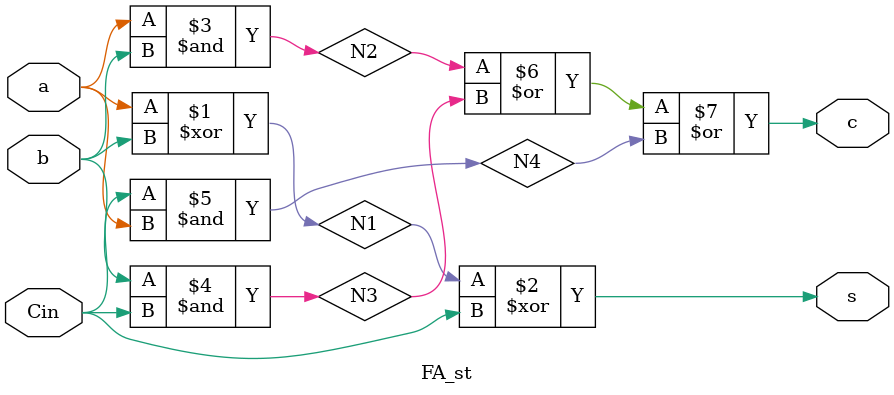
<source format=v>
module FA_st(s,c,a,b,Cin);
  input a,b,Cin;
  output s, c;
  wire N1, N2, N3, N4;
  xor xor1(N1, a, b);
  xor xor2(s, N1, Cin);
  and and1(N2, a, b);
  and and2(N3, b, Cin);
  and and3(N4, Cin, a);
  or or1(c, N2, N3, N4);
endmodule

</source>
